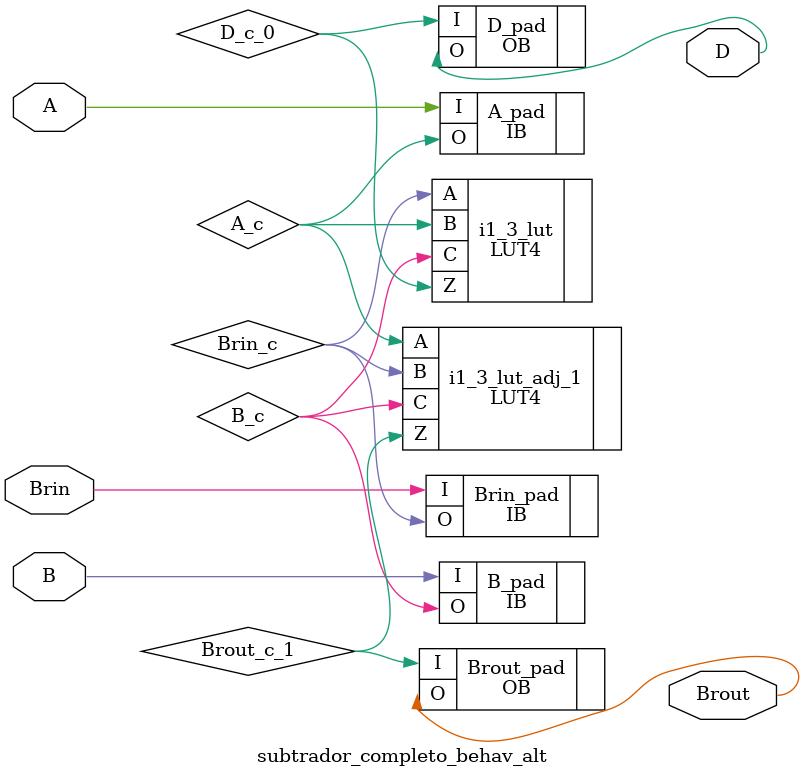
<source format=v>

module subtrador_completo_behav_alt (A, B, Brin, D, Brout) /* synthesis syn_module_defined=1 */ ;   // d:/rtl_fpga/verilog/aula22_subtrator/subtrador_completo_behav_alt.v(1[8:36])
    input A;   // d:/rtl_fpga/verilog/aula22_subtrator/subtrador_completo_behav_alt.v(2[7:8])
    input B;   // d:/rtl_fpga/verilog/aula22_subtrator/subtrador_completo_behav_alt.v(2[9:10])
    input Brin;   // d:/rtl_fpga/verilog/aula22_subtrator/subtrador_completo_behav_alt.v(2[11:15])
    output D;   // d:/rtl_fpga/verilog/aula22_subtrator/subtrador_completo_behav_alt.v(3[12:13])
    output Brout;   // d:/rtl_fpga/verilog/aula22_subtrator/subtrador_completo_behav_alt.v(3[14:19])
    
    
    wire GND_net, A_c, B_c, Brin_c, D_c_0, Brout_c_1, VCC_net;
    
    VHI i22 (.Z(VCC_net));
    PUR PUR_INST (.PUR(VCC_net));
    defparam PUR_INST.RST_PULSE = 1;
    IB Brin_pad (.I(Brin), .O(Brin_c));   // d:/rtl_fpga/verilog/aula22_subtrator/subtrador_completo_behav_alt.v(2[11:15])
    IB B_pad (.I(B), .O(B_c));   // d:/rtl_fpga/verilog/aula22_subtrator/subtrador_completo_behav_alt.v(2[9:10])
    OB Brout_pad (.I(Brout_c_1), .O(Brout));   // d:/rtl_fpga/verilog/aula22_subtrator/subtrador_completo_behav_alt.v(3[14:19])
    VLO i105 (.Z(GND_net));
    LUT4 i1_3_lut (.A(Brin_c), .B(A_c), .C(B_c), .Z(D_c_0)) /* synthesis lut_function=(A (B (C)+!B !(C))+!A !(B (C)+!B !(C))) */ ;
    defparam i1_3_lut.init = 16'h9696;
    GSR GSR_INST (.GSR(VCC_net));
    LUT4 i1_3_lut_adj_1 (.A(A_c), .B(Brin_c), .C(B_c), .Z(Brout_c_1)) /* synthesis lut_function=(A (B (C))+!A (B+(C))) */ ;
    defparam i1_3_lut_adj_1.init = 16'hd4d4;
    IB A_pad (.I(A), .O(A_c));   // d:/rtl_fpga/verilog/aula22_subtrator/subtrador_completo_behav_alt.v(2[7:8])
    OB D_pad (.I(D_c_0), .O(D));   // d:/rtl_fpga/verilog/aula22_subtrator/subtrador_completo_behav_alt.v(3[12:13])
    
endmodule
//
// Verilog Description of module PUR
// module not written out since it is a black-box. 
//


</source>
